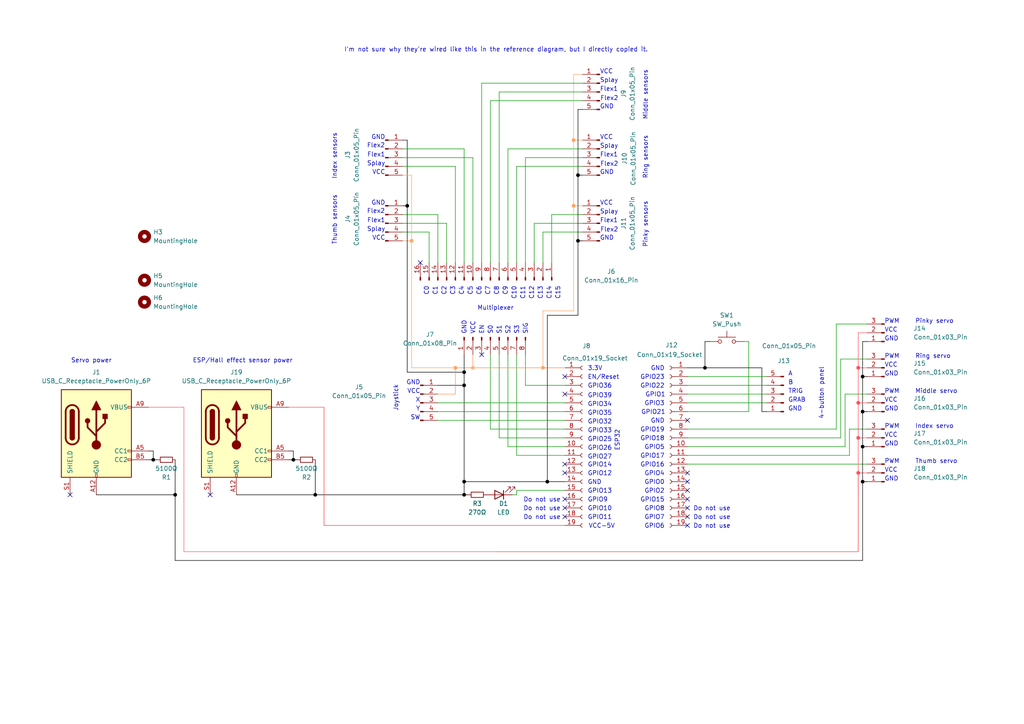
<source format=kicad_sch>
(kicad_sch (version 20231120) (generator "eeschema") (generator_version "8.0")
  (paper "A4")
  (title_block (title "LucidVR Prototype 5 PCB"))
  (lib_symbols
    (symbol "Connector:Conn_01x03_Pin" (pin_names (offset 1.016) hide)
      (property "Reference" "J" (at 0 5.08 0))
      (property "Value" "Conn_01x03_Pin" (at 0 -5.08 0))
      (symbol "Conn_01x03_Pin_1_1"
        (polyline (pts (xy 1.27 -2.54) (xy 0.8636 -2.54)) (stroke (width 0.1524)))
        (polyline (pts (xy 1.27 0) (xy 0.8636 0)) (stroke (width 0.1524)))
        (polyline (pts (xy 1.27 2.54) (xy 0.8636 2.54)) (stroke (width 0.1524)))
        (rectangle (start 0.8636 -2.413) (end 0 -2.667) (stroke (width 0.1524)) (fill (type outline)))
        (rectangle (start 0.8636 0.127) (end 0 -0.127) (stroke (width 0.1524)) (fill (type outline)))
        (rectangle (start 0.8636 2.667) (end 0 2.413) (stroke (width 0.1524)) (fill (type outline)))
        (pin passive line (at 5.08 2.54 180) (length 3.81) (name "Pin_1") (number "1"))
        (pin passive line (at 5.08 0 180) (length 3.81) (name "Pin_2") (number "2"))
        (pin passive line (at 5.08 -2.54 180) (length 3.81) (name "Pin_3") (number "3"))
      )
    )
    (symbol "Connector:Conn_01x05_Pin" (pin_names (offset 1.016) hide)
      (property "Reference" "J" (at 0 7.62 0))
      (property "Value" "Conn_01x05_Pin" (at 0 -7.62 0))
      (symbol "Conn_01x05_Pin_1_1"
        (polyline (pts (xy 1.27 -5.08) (xy 0.8636 -5.08)) (stroke (width 0.1524)))
        (polyline (pts (xy 1.27 -2.54) (xy 0.8636 -2.54)) (stroke (width 0.1524)))
        (polyline (pts (xy 1.27 0) (xy 0.8636 0)) (stroke (width 0.1524)))
        (polyline (pts (xy 1.27 2.54) (xy 0.8636 2.54)) (stroke (width 0.1524)))
        (polyline (pts (xy 1.27 5.08) (xy 0.8636 5.08)) (stroke (width 0.1524)))
        (rectangle (start 0.8636 -4.953) (end 0 -5.207) (stroke (width 0.1524)) (fill (type outline)))
        (rectangle (start 0.8636 -2.413) (end 0 -2.667) (stroke (width 0.1524)) (fill (type outline)))
        (rectangle (start 0.8636 0.127) (end 0 -0.127) (stroke (width 0.1524)) (fill (type outline)))
        (rectangle (start 0.8636 2.667) (end 0 2.413) (stroke (width 0.1524)) (fill (type outline)))
        (rectangle (start 0.8636 5.207) (end 0 4.953) (stroke (width 0.1524)) (fill (type outline)))
        (pin passive line (at 5.08 5.08 180) (length 3.81) (name "Pin_1") (number "1"))
        (pin passive line (at 5.08 2.54 180) (length 3.81) (name "Pin_2") (number "2"))
        (pin passive line (at 5.08 0 180) (length 3.81) (name "Pin_3") (number "3"))
        (pin passive line (at 5.08 -2.54 180) (length 3.81) (name "Pin_4") (number "4"))
        (pin passive line (at 5.08 -5.08 180) (length 3.81) (name "Pin_5") (number "5"))
      )
    )
    (symbol "Connector:Conn_01x08_Pin" (pin_names (offset 1.016) hide)
      (property "Reference" "J" (at 0 10.16 0))
      (property "Value" "Conn_01x08_Pin" (at 0 -12.7 0))
      (symbol "Conn_01x08_Pin_1_1"
        (polyline (pts (xy 1.27 -10.16) (xy 0.8636 -10.16)) (stroke (width 0.1524)))
        (polyline (pts (xy 1.27 -7.62) (xy 0.8636 -7.62)) (stroke (width 0.1524)))
        (polyline (pts (xy 1.27 -5.08) (xy 0.8636 -5.08)) (stroke (width 0.1524)))
        (polyline (pts (xy 1.27 -2.54) (xy 0.8636 -2.54)) (stroke (width 0.1524)))
        (polyline (pts (xy 1.27 0) (xy 0.8636 0)) (stroke (width 0.1524)))
        (polyline (pts (xy 1.27 2.54) (xy 0.8636 2.54)) (stroke (width 0.1524)))
        (polyline (pts (xy 1.27 5.08) (xy 0.8636 5.08)) (stroke (width 0.1524)))
        (polyline (pts (xy 1.27 7.62) (xy 0.8636 7.62)) (stroke (width 0.1524)))
        (rectangle (start 0.8636 -10.033) (end 0 -10.287) (stroke (width 0.1524)) (fill (type outline)))
        (rectangle (start 0.8636 -7.493) (end 0 -7.747) (stroke (width 0.1524)) (fill (type outline)))
        (rectangle (start 0.8636 -4.953) (end 0 -5.207) (stroke (width 0.1524)) (fill (type outline)))
        (rectangle (start 0.8636 -2.413) (end 0 -2.667) (stroke (width 0.1524)) (fill (type outline)))
        (rectangle (start 0.8636 0.127) (end 0 -0.127) (stroke (width 0.1524)) (fill (type outline)))
        (rectangle (start 0.8636 2.667) (end 0 2.413) (stroke (width 0.1524)) (fill (type outline)))
        (rectangle (start 0.8636 5.207) (end 0 4.953) (stroke (width 0.1524)) (fill (type outline)))
        (rectangle (start 0.8636 7.747) (end 0 7.493) (stroke (width 0.1524)) (fill (type outline)))
        (pin passive line (at 5.08 7.62 180) (length 3.81) (name "Pin_1") (number "1"))
        (pin passive line (at 5.08 5.08 180) (length 3.81) (name "Pin_2") (number "2"))
        (pin passive line (at 5.08 2.54 180) (length 3.81) (name "Pin_3") (number "3"))
        (pin passive line (at 5.08 0 180) (length 3.81) (name "Pin_4") (number "4"))
        (pin passive line (at 5.08 -2.54 180) (length 3.81) (name "Pin_5") (number "5"))
        (pin passive line (at 5.08 -5.08 180) (length 3.81) (name "Pin_6") (number "6"))
        (pin passive line (at 5.08 -7.62 180) (length 3.81) (name "Pin_7") (number "7"))
        (pin passive line (at 5.08 -10.16 180) (length 3.81) (name "Pin_8") (number "8"))
      )
    )
    (symbol "Connector:Conn_01x16_Pin" (pin_names (offset 1.016) hide)
      (property "Reference" "J" (at 0 20.32 0))
      (property "Value" "Conn_01x16_Pin" (at 0 -22.86 0))
      (symbol "Conn_01x16_Pin_1_1"
        (polyline (pts (xy 1.27 -20.32) (xy 0.8636 -20.32)) (stroke (width 0.1524)))
        (polyline (pts (xy 1.27 -17.78) (xy 0.8636 -17.78)) (stroke (width 0.1524)))
        (polyline (pts (xy 1.27 -15.24) (xy 0.8636 -15.24)) (stroke (width 0.1524)))
        (polyline (pts (xy 1.27 -12.7) (xy 0.8636 -12.7)) (stroke (width 0.1524)))
        (polyline (pts (xy 1.27 -10.16) (xy 0.8636 -10.16)) (stroke (width 0.1524)))
        (polyline (pts (xy 1.27 -7.62) (xy 0.8636 -7.62)) (stroke (width 0.1524)))
        (polyline (pts (xy 1.27 -5.08) (xy 0.8636 -5.08)) (stroke (width 0.1524)))
        (polyline (pts (xy 1.27 -2.54) (xy 0.8636 -2.54)) (stroke (width 0.1524)))
        (polyline (pts (xy 1.27 0) (xy 0.8636 0)) (stroke (width 0.1524)))
        (polyline (pts (xy 1.27 2.54) (xy 0.8636 2.54)) (stroke (width 0.1524)))
        (polyline (pts (xy 1.27 5.08) (xy 0.8636 5.08)) (stroke (width 0.1524)))
        (polyline (pts (xy 1.27 7.62) (xy 0.8636 7.62)) (stroke (width 0.1524)))
        (polyline (pts (xy 1.27 10.16) (xy 0.8636 10.16)) (stroke (width 0.1524)))
        (polyline (pts (xy 1.27 12.7) (xy 0.8636 12.7)) (stroke (width 0.1524)))
        (polyline (pts (xy 1.27 15.24) (xy 0.8636 15.24)) (stroke (width 0.1524)))
        (polyline (pts (xy 1.27 17.78) (xy 0.8636 17.78)) (stroke (width 0.1524)))
        (rectangle (start 0.8636 -20.193) (end 0 -20.447) (stroke (width 0.1524)) (fill (type outline)))
        (rectangle (start 0.8636 -17.653) (end 0 -17.907) (stroke (width 0.1524)) (fill (type outline)))
        (rectangle (start 0.8636 -15.113) (end 0 -15.367) (stroke (width 0.1524)) (fill (type outline)))
        (rectangle (start 0.8636 -12.573) (end 0 -12.827) (stroke (width 0.1524)) (fill (type outline)))
        (rectangle (start 0.8636 -10.033) (end 0 -10.287) (stroke (width 0.1524)) (fill (type outline)))
        (rectangle (start 0.8636 -7.493) (end 0 -7.747) (stroke (width 0.1524)) (fill (type outline)))
        (rectangle (start 0.8636 -4.953) (end 0 -5.207) (stroke (width 0.1524)) (fill (type outline)))
        (rectangle (start 0.8636 -2.413) (end 0 -2.667) (stroke (width 0.1524)) (fill (type outline)))
        (rectangle (start 0.8636 0.127) (end 0 -0.127) (stroke (width 0.1524)) (fill (type outline)))
        (rectangle (start 0.8636 2.667) (end 0 2.413) (stroke (width 0.1524)) (fill (type outline)))
        (rectangle (start 0.8636 5.207) (end 0 4.953) (stroke (width 0.1524)) (fill (type outline)))
        (rectangle (start 0.8636 7.747) (end 0 7.493) (stroke (width 0.1524)) (fill (type outline)))
        (rectangle (start 0.8636 10.287) (end 0 10.033) (stroke (width 0.1524)) (fill (type outline)))
        (rectangle (start 0.8636 12.827) (end 0 12.573) (stroke (width 0.1524)) (fill (type outline)))
        (rectangle (start 0.8636 15.367) (end 0 15.113) (stroke (width 0.1524)) (fill (type outline)))
        (rectangle (start 0.8636 17.907) (end 0 17.653) (stroke (width 0.1524)) (fill (type outline)))
        (pin passive line (at 5.08 17.78 180) (length 3.81) (name "Pin_1") (number "1"))
        (pin passive line (at 5.08 -5.08 180) (length 3.81) (name "Pin_10") (number "10"))
        (pin passive line (at 5.08 -7.62 180) (length 3.81) (name "Pin_11") (number "11"))
        (pin passive line (at 5.08 -10.16 180) (length 3.81) (name "Pin_12") (number "12"))
        (pin passive line (at 5.08 -12.7 180) (length 3.81) (name "Pin_13") (number "13"))
        (pin passive line (at 5.08 -15.24 180) (length 3.81) (name "Pin_14") (number "14"))
        (pin passive line (at 5.08 -17.78 180) (length 3.81) (name "Pin_15") (number "15"))
        (pin passive line (at 5.08 -20.32 180) (length 3.81) (name "Pin_16") (number "16"))
        (pin passive line (at 5.08 15.24 180) (length 3.81) (name "Pin_2") (number "2"))
        (pin passive line (at 5.08 12.7 180) (length 3.81) (name "Pin_3") (number "3"))
        (pin passive line (at 5.08 10.16 180) (length 3.81) (name "Pin_4") (number "4"))
        (pin passive line (at 5.08 7.62 180) (length 3.81) (name "Pin_5") (number "5"))
        (pin passive line (at 5.08 5.08 180) (length 3.81) (name "Pin_6") (number "6"))
        (pin passive line (at 5.08 2.54 180) (length 3.81) (name "Pin_7") (number "7"))
        (pin passive line (at 5.08 0 180) (length 3.81) (name "Pin_8") (number "8"))
        (pin passive line (at 5.08 -2.54 180) (length 3.81) (name "Pin_9") (number "9"))
      )
    )
    (symbol "Connector:Conn_01x19_Socket" (pin_names (offset 1.016) hide)
      (property "Reference" "J" (at 0 25.4 0))
      (property "Value" "Conn_01x19_Socket" (at 0 -25.4 0))
      (symbol "Conn_01x19_Socket_1_1"
        (arc (start 0 -22.352) (mid -0.5058 -22.86) (end 0 -23.368) (stroke (width 0.1524)))
        (arc (start 0 -19.812) (mid -0.5058 -20.32) (end 0 -20.828) (stroke (width 0.1524)))
        (arc (start 0 -17.272) (mid -0.5058 -17.78) (end 0 -18.288) (stroke (width 0.1524)))
        (arc (start 0 -14.732) (mid -0.5058 -15.24) (end 0 -15.748) (stroke (width 0.1524)))
        (arc (start 0 -12.192) (mid -0.5058 -12.7) (end 0 -13.208) (stroke (width 0.1524)))
        (arc (start 0 -9.652) (mid -0.5058 -10.16) (end 0 -10.668) (stroke (width 0.1524)))
        (arc (start 0 -7.112) (mid -0.5058 -7.62) (end 0 -8.128) (stroke (width 0.1524)))
        (arc (start 0 -4.572) (mid -0.5058 -5.08) (end 0 -5.588) (stroke (width 0.1524)))
        (arc (start 0 -2.032) (mid -0.5058 -2.54) (end 0 -3.048) (stroke (width 0.1524)))
        (polyline (pts (xy -1.27 -22.86) (xy -0.508 -22.86)) (stroke (width 0.1524)))
        (polyline (pts (xy -1.27 -20.32) (xy -0.508 -20.32)) (stroke (width 0.1524)))
        (polyline (pts (xy -1.27 -17.78) (xy -0.508 -17.78)) (stroke (width 0.1524)))
        (polyline (pts (xy -1.27 -15.24) (xy -0.508 -15.24)) (stroke (width 0.1524)))
        (polyline (pts (xy -1.27 -12.7) (xy -0.508 -12.7)) (stroke (width 0.1524)))
        (polyline (pts (xy -1.27 -10.16) (xy -0.508 -10.16)) (stroke (width 0.1524)))
        (polyline (pts (xy -1.27 -7.62) (xy -0.508 -7.62)) (stroke (width 0.1524)))
        (polyline (pts (xy -1.27 -5.08) (xy -0.508 -5.08)) (stroke (width 0.1524)))
        (polyline (pts (xy -1.27 -2.54) (xy -0.508 -2.54)) (stroke (width 0.1524)))
        (polyline (pts (xy -1.27 0) (xy -0.508 0)) (stroke (width 0.1524)))
        (polyline (pts (xy -1.27 2.54) (xy -0.508 2.54)) (stroke (width 0.1524)))
        (polyline (pts (xy -1.27 5.08) (xy -0.508 5.08)) (stroke (width 0.1524)))
        (polyline (pts (xy -1.27 7.62) (xy -0.508 7.62)) (stroke (width 0.1524)))
        (polyline (pts (xy -1.27 10.16) (xy -0.508 10.16)) (stroke (width 0.1524)))
        (polyline (pts (xy -1.27 12.7) (xy -0.508 12.7)) (stroke (width 0.1524)))
        (polyline (pts (xy -1.27 15.24) (xy -0.508 15.24)) (stroke (width 0.1524)))
        (polyline (pts (xy -1.27 17.78) (xy -0.508 17.78)) (stroke (width 0.1524)))
        (polyline (pts (xy -1.27 20.32) (xy -0.508 20.32)) (stroke (width 0.1524)))
        (polyline (pts (xy -1.27 22.86) (xy -0.508 22.86)) (stroke (width 0.1524)))
        (arc (start 0 0.508) (mid -0.5058 0) (end 0 -0.508) (stroke (width 0.1524)))
        (arc (start 0 3.048) (mid -0.5058 2.54) (end 0 2.032) (stroke (width 0.1524)))
        (arc (start 0 5.588) (mid -0.5058 5.08) (end 0 4.572) (stroke (width 0.1524)))
        (arc (start 0 8.128) (mid -0.5058 7.62) (end 0 7.112) (stroke (width 0.1524)))
        (arc (start 0 10.668) (mid -0.5058 10.16) (end 0 9.652) (stroke (width 0.1524)))
        (arc (start 0 13.208) (mid -0.5058 12.7) (end 0 12.192) (stroke (width 0.1524)))
        (arc (start 0 15.748) (mid -0.5058 15.24) (end 0 14.732) (stroke (width 0.1524)))
        (arc (start 0 18.288) (mid -0.5058 17.78) (end 0 17.272) (stroke (width 0.1524)))
        (arc (start 0 20.828) (mid -0.5058 20.32) (end 0 19.812) (stroke (width 0.1524)))
        (arc (start 0 23.368) (mid -0.5058 22.86) (end 0 22.352) (stroke (width 0.1524)))
        (pin passive line (at -5.08 22.86 0) (length 3.81) (name "Pin_1") (number "1"))
        (pin passive line (at -5.08 0 0) (length 3.81) (name "Pin_10") (number "10"))
        (pin passive line (at -5.08 -2.54 0) (length 3.81) (name "Pin_11") (number "11"))
        (pin passive line (at -5.08 -5.08 0) (length 3.81) (name "Pin_12") (number "12"))
        (pin passive line (at -5.08 -7.62 0) (length 3.81) (name "Pin_13") (number "13"))
        (pin passive line (at -5.08 -10.16 0) (length 3.81) (name "Pin_14") (number "14"))
        (pin passive line (at -5.08 -12.7 0) (length 3.81) (name "Pin_15") (number "15"))
        (pin passive line (at -5.08 -15.24 0) (length 3.81) (name "Pin_16") (number "16"))
        (pin passive line (at -5.08 -17.78 0) (length 3.81) (name "Pin_17") (number "17"))
        (pin passive line (at -5.08 -20.32 0) (length 3.81) (name "Pin_18") (number "18"))
        (pin passive line (at -5.08 -22.86 0) (length 3.81) (name "Pin_19") (number "19"))
        (pin passive line (at -5.08 20.32 0) (length 3.81) (name "Pin_2") (number "2"))
        (pin passive line (at -5.08 17.78 0) (length 3.81) (name "Pin_3") (number "3"))
        (pin passive line (at -5.08 15.24 0) (length 3.81) (name "Pin_4") (number "4"))
        (pin passive line (at -5.08 12.7 0) (length 3.81) (name "Pin_5") (number "5"))
        (pin passive line (at -5.08 10.16 0) (length 3.81) (name "Pin_6") (number "6"))
        (pin passive line (at -5.08 7.62 0) (length 3.81) (name "Pin_7") (number "7"))
        (pin passive line (at -5.08 5.08 0) (length 3.81) (name "Pin_8") (number "8"))
        (pin passive line (at -5.08 2.54 0) (length 3.81) (name "Pin_9") (number "9"))
      )
    )
    (symbol "Connector:USB_C_Receptacle_PowerOnly_6P" (pin_names (offset 1.016))
      (property "Reference" "J" (at 0 16.51 0))
      (property "Value" "USB_C_Receptacle_PowerOnly_6P" (at 0 13.97 0))
      (symbol "USB_C_Receptacle_PowerOnly_6P_0_0"
        (rectangle (start -0.254 -12.7) (end 0.254 -11.684))
        (rectangle (start 10.16 -7.366) (end 9.144 -7.874))
        (rectangle (start 10.16 -4.826) (end 9.144 -5.334))
        (rectangle (start 10.16 7.874) (end 9.144 7.366))
      )
      (symbol "USB_C_Receptacle_PowerOnly_6P_0_1"
        (rectangle (start -10.16 12.7) (end 10.16 -12.7) (stroke (width 0.254)) (fill (type background)))
        (arc (start -8.89 -1.27) (mid -6.985 -3.1667) (end -5.08 -1.27) (stroke (width 0.508)))
        (arc (start -7.62 -1.27) (mid -6.985 -1.9023) (end -6.35 -1.27) (stroke (width 0.254)))
        (arc (start -7.62 -1.27) (mid -6.985 -1.9023) (end -6.35 -1.27) (stroke (width 0.254)) (fill (type outline)))
        (rectangle (start -7.62 -1.27) (end -6.35 6.35) (stroke (width 0.254)) (fill (type outline)))
        (arc (start -6.35 6.35) (mid -6.985 6.9823) (end -7.62 6.35) (stroke (width 0.254)))
        (arc (start -6.35 6.35) (mid -6.985 6.9823) (end -7.62 6.35) (stroke (width 0.254)) (fill (type outline)))
        (arc (start -5.08 6.35) (mid -6.985 8.2467) (end -8.89 6.35) (stroke (width 0.508)))
        (circle (center -2.54 3.683) (radius 0.635) (stroke (width 0.254)) (fill (type outline)))
        (circle (center 0 -3.302) (radius 1.27) (fill (type outline)))
        (polyline (pts (xy -8.89 -1.27) (xy -8.89 6.35)) (stroke (width 0.508)))
        (polyline (pts (xy -5.08 6.35) (xy -5.08 -1.27)) (stroke (width 0.508)))
        (polyline (pts (xy 0 -3.302) (xy 0 6.858)) (stroke (width 0.508)))
        (polyline (pts (xy 0 -0.762) (xy -2.54 1.778) (xy -2.54 3.048)) (stroke (width 0.508)))
        (polyline (pts (xy 0 0.508) (xy 2.54 3.048) (xy 2.54 4.318)) (stroke (width 0.508)))
        (polyline (pts (xy -1.27 6.858) (xy 0 9.398) (xy 1.27 6.858) (xy -1.27 6.858)) (stroke (width 0.254)) (fill (type outline)))
        (rectangle (start 1.905 4.318) (end 3.175 5.588) (stroke (width 0.254)) (fill (type outline)))
      )
      (symbol "USB_C_Receptacle_PowerOnly_6P_1_1"
        (pin passive line (at 0 -17.78 90) (length 5.08) (name "GND") (number "A12"))
        (pin bidirectional line (at 15.24 -5.08 180) (length 5.08) (name "CC1") (number "A5"))
        (pin passive line (at 15.24 7.62 180) (length 5.08) (name "VBUS") (number "A9"))
        (pin passive line (at 0 -17.78 90) (length 5.08) hide (name "GND") (number "B12"))
        (pin bidirectional line (at 15.24 -7.62 180) (length 5.08) (name "CC2") (number "B5"))
        (pin passive line (at 15.24 7.62 180) (length 5.08) hide (name "VBUS") (number "B9"))
        (pin passive line (at -7.62 -17.78 90) (length 5.08) (name "SHIELD") (number "S1"))
      )
    )
    (symbol "Device:LED" (pin_numbers hide) (pin_names (offset 1.016) hide)
      (property "Reference" "D" (at 0 2.54 0))
      (property "Value" "LED" (at 0 -2.54 0))
      (symbol "LED_0_1"
        (polyline (pts (xy -1.27 -1.27) (xy -1.27 1.27)) (stroke (width 0.254)))
        (polyline (pts (xy -1.27 0) (xy 1.27 0)))
        (polyline (pts (xy 1.27 -1.27) (xy 1.27 1.27) (xy -1.27 0) (xy 1.27 -1.27)) (stroke (width 0.254)))
        (polyline (pts (xy -3.048 -0.762) (xy -4.572 -2.286) (xy -3.81 -2.286) (xy -4.572 -2.286) (xy -4.572 -1.524)))
        (polyline (pts (xy -1.778 -0.762) (xy -3.302 -2.286) (xy -2.54 -2.286) (xy -3.302 -2.286) (xy -3.302 -1.524)))
      )
      (symbol "LED_1_1"
        (pin passive line (at -3.81 0 0) (length 2.54) (name "K") (number "1"))
        (pin passive line (at 3.81 0 180) (length 2.54) (name "A") (number "2"))
      )
    )
    (symbol "Device:R_Small" (pin_numbers hide) (pin_names (offset 0.254) hide)
      (property "Reference" "R" (at 0.762 0.508 0))
      (property "Value" "R_Small" (at 0.762 -1.016 0))
      (symbol "R_Small_0_1"
        (rectangle (start -0.762 1.778) (end 0.762 -1.778) (stroke (width 0.2032)))
      )
      (symbol "R_Small_1_1"
        (pin passive line (at 0 2.54 270) (length 0.762) (name "~") (number "1"))
        (pin passive line (at 0 -2.54 90) (length 0.762) (name "~") (number "2"))
      )
    )
    (symbol "Mechanical:MountingHole" (pin_names (offset 1.016)) (exclude_from_sim yes) (in_bom no)
      (property "Reference" "H" (at 0 5.08 0))
      (property "Value" "MountingHole" (at 0 3.175 0))
      (symbol "MountingHole_0_1"
        (circle (center 0 0) (radius 1.27) (stroke (width 1.27)))
      )
    )
    (symbol "Switch:SW_Push" (pin_numbers hide) (pin_names (offset 1.016) hide)
      (property "Reference" "SW" (at 1.27 2.54 0))
      (property "Value" "SW_Push" (at 0 -1.524 0))
      (symbol "SW_Push_0_1"
        (circle (center -2.032 0) (radius 0.508))
        (polyline (pts (xy 0 1.27) (xy 0 3.048)))
        (polyline (pts (xy 2.54 1.27) (xy -2.54 1.27)))
        (circle (center 2.032 0) (radius 0.508))
        (pin passive line (at -5.08 0 0) (length 2.54) (name "1") (number "1"))
        (pin passive line (at 5.08 0 180) (length 2.54) (name "2") (number "2"))
      )
    )
  )
  (junction (at 166.37 59.69) (color 255 158 87 1))
  (junction (at 158.75 139.7) (color 0 0 0 1))
  (junction (at 248.92 137.16) (color 255 69 86 1))
  (junction (at 119.38 69.85) (color 255 158 87 1))
  (junction (at 91.44 143.51) (color 0 0 0 1))
  (junction (at 248.92 116.84) (color 255 69 86 1))
  (junction (at 250.19 129.54) (color 0 0 0 1))
  (junction (at 250.19 119.38) (color 0 0 0 1))
  (junction (at 248.92 127) (color 255 69 86 1))
  (junction (at 137.16 106.68) (color 255 169 111 1))
  (junction (at 44.45 133.35) (color 0 0 0 1))
  (junction (at 157.48 106.68) (color 255 158 87 1))
  (junction (at 118.11 59.69) (color 0 0 0 1))
  (junction (at 250.19 109.22) (color 0 0 0 1))
  (junction (at 85.09 133.35) (color 0 0 0 1))
  (junction (at 167.64 50.8) (color 0 0 0 1))
  (junction (at 134.62 139.7) (color 0 0 0 1))
  (junction (at 166.37 40.64) (color 255 158 87 1))
  (junction (at 50.8 143.51) (color 0 0 0 1))
  (junction (at 134.62 107.95) (color 0 0 0 1))
  (junction (at 204.47 106.68) (color 0 0 0 1))
  (junction (at 134.62 143.51) (color 0 0 0 1))
  (junction (at 132.08 106.68) (color 255 158 87 1))
  (junction (at 250.19 139.7) (color 0 0 0 1))
  (junction (at 167.64 69.85) (color 0 0 0 1))
  (junction (at 134.62 111.76) (color 0 0 0 1))
  (junction (at 248.92 106.68) (color 255 69 86 1))
  (no_connect (at 199.39 137.16))
  (no_connect (at 60.96 143.51))
  (no_connect (at 139.7 102.87))
  (no_connect (at 163.83 149.86))
  (no_connect (at 199.39 147.32))
  (no_connect (at 199.39 142.24))
  (no_connect (at 199.39 152.4))
  (no_connect (at 163.83 109.22))
  (no_connect (at 199.39 149.86))
  (no_connect (at 199.39 144.78))
  (no_connect (at 199.39 139.7))
  (no_connect (at 163.83 114.3))
  (no_connect (at 20.32 143.51))
  (no_connect (at 199.39 121.92))
  (no_connect (at 163.83 134.62))
  (no_connect (at 121.92 76.2))
  (no_connect (at 163.83 147.32))
  (no_connect (at 163.83 137.16))
  (no_connect (at 163.83 144.78))
  (wire (pts (xy 44.45 133.35) (xy 45.72 133.35)) (stroke (width 0) (color 5 4 2 1)))
  (wire (pts (xy 220.98 119.38) (xy 220.98 106.68)) (stroke (width 0) (color 0 0 0 1)))
  (wire (pts (xy 127 62.23) (xy 116.84 62.23)))
  (wire (pts (xy 250.19 129.54) (xy 251.46 129.54)) (stroke (width 0) (color 0 0 0 1)))
  (wire (pts (xy 204.47 99.06) (xy 205.74 99.06)) (stroke (width 0) (color 0 0 0 1)))
  (wire (pts (xy 199.39 111.76) (xy 222.25 111.76)))
  (wire (pts (xy 242.57 93.98) (xy 251.46 93.98)))
  (wire (pts (xy 132.08 106.68) (xy 137.16 106.68)) (stroke (width 0) (color 255 137 79 1)))
  (wire (pts (xy 50.8 162.56) (xy 50.8 143.51)) (stroke (width 0) (color 0 0 0 1)))
  (wire (pts (xy 147.32 76.2) (xy 147.32 43.18)))
  (wire (pts (xy 167.64 50.8) (xy 167.64 69.85)) (stroke (width 0) (color 0 0 0 1)))
  (wire (pts (xy 245.11 114.3) (xy 251.46 114.3)))
  (wire (pts (xy 127 121.92) (xy 163.83 121.92)))
  (wire (pts (xy 166.37 21.59) (xy 168.91 21.59)) (stroke (width 0) (color 255 161 98 1)))
  (wire (pts (xy 248.92 143.51) (xy 248.92 137.16)) (stroke (width 0) (color 255 43 64 1)))
  (wire (pts (xy 199.39 109.22) (xy 222.25 109.22)))
  (wire (pts (xy 152.4 102.87) (xy 152.4 111.76)))
  (wire (pts (xy 246.38 124.46) (xy 246.38 132.08)))
  (wire (pts (xy 149.86 102.87) (xy 149.86 132.08)))
  (wire (pts (xy 250.19 99.06) (xy 251.46 99.06)) (stroke (width 0) (color 0 0 0 1)))
  (wire (pts (xy 166.37 40.64) (xy 168.91 40.64)) (stroke (width 0) (color 255 161 98 1)))
  (wire (pts (xy 132.08 76.2) (xy 132.08 48.26)))
  (wire (pts (xy 147.32 43.18) (xy 168.91 43.18)))
  (wire (pts (xy 127 116.84) (xy 163.83 116.84)))
  (wire (pts (xy 242.57 93.98) (xy 242.57 124.46)))
  (wire (pts (xy 152.4 111.76) (xy 163.83 111.76)))
  (wire (pts (xy 166.37 40.64) (xy 166.37 21.59)) (stroke (width 0) (color 255 161 98 1)))
  (wire (pts (xy 144.78 102.87) (xy 144.78 127)))
  (wire (pts (xy 83.82 118.11) (xy 93.98 118.11)) (stroke (width 0) (color 255 72 79 1)))
  (wire (pts (xy 129.54 64.77) (xy 116.84 64.77)))
  (wire (pts (xy 199.39 114.3) (xy 222.25 114.3)))
  (wire (pts (xy 91.44 143.51) (xy 68.58 143.51)) (stroke (width 0) (color 0 0 0 1)))
  (wire (pts (xy 167.64 31.75) (xy 167.64 50.8)) (stroke (width 0) (color 0 0 0 1)))
  (wire (pts (xy 152.4 76.2) (xy 152.4 45.72)))
  (wire (pts (xy 118.11 40.64) (xy 118.11 59.69)) (stroke (width 0) (color 0 0 0 1)))
  (wire (pts (xy 250.19 139.7) (xy 250.19 129.54)) (stroke (width 0) (color 0 0 0 1)))
  (wire (pts (xy 149.86 76.2) (xy 149.86 48.26)))
  (wire (pts (xy 204.47 99.06) (xy 204.47 106.68)) (stroke (width 0) (color 0 0 0 1)))
  (wire (pts (xy 166.37 59.69) (xy 166.37 40.64)) (stroke (width 0) (color 255 161 98 1)))
  (wire (pts (xy 139.7 24.13) (xy 168.91 24.13)))
  (wire (pts (xy 85.09 130.81) (xy 85.09 133.35)) (stroke (width 0) (color 5 4 2 1)))
  (wire (pts (xy 158.75 139.7) (xy 163.83 139.7)) (stroke (width 0) (color 0 0 0 1)))
  (wire (pts (xy 91.44 133.35) (xy 91.44 143.51)) (stroke (width 0) (color 0 0 0 1)))
  (wire (pts (xy 142.24 124.46) (xy 163.83 124.46)))
  (wire (pts (xy 250.19 109.22) (xy 250.19 99.06)) (stroke (width 0) (color 0 0 0 1)))
  (wire (pts (xy 248.92 127) (xy 248.92 137.16)) (stroke (width 0) (color 255 83 91 1)))
  (wire (pts (xy 50.8 162.56) (xy 250.19 162.56)) (stroke (width 0) (color 0 0 0 1)))
  (wire (pts (xy 167.64 69.85) (xy 168.91 69.85)) (stroke (width 0) (color 0 0 0 1)))
  (wire (pts (xy 157.48 90.17) (xy 166.37 90.17)) (stroke (width 0) (color 255 161 98 1)))
  (wire (pts (xy 152.4 45.72) (xy 168.91 45.72)))
  (wire (pts (xy 134.62 139.7) (xy 158.75 139.7)) (stroke (width 0) (color 0 0 0 1)))
  (wire (pts (xy 144.78 127) (xy 163.83 127)))
  (wire (pts (xy 135.89 143.51) (xy 134.62 143.51)) (stroke (width 0) (color 0 0 0 1)))
  (wire (pts (xy 119.38 50.8) (xy 116.84 50.8)) (stroke (width 0) (color 255 161 98 1)))
  (wire (pts (xy 119.38 106.68) (xy 132.08 106.68)) (stroke (width 0) (color 255 161 98 1)))
  (wire (pts (xy 251.46 96.52) (xy 248.92 96.52)) (stroke (width 0) (color 255 83 91 1)))
  (wire (pts (xy 154.94 76.2) (xy 154.94 64.77)))
  (wire (pts (xy 199.39 129.54) (xy 245.11 129.54)))
  (wire (pts (xy 137.16 45.72) (xy 116.84 45.72)))
  (wire (pts (xy 250.19 109.22) (xy 251.46 109.22)) (stroke (width 0) (color 0 0 0 1)))
  (wire (pts (xy 157.48 106.68) (xy 163.83 106.68)) (stroke (width 0) (color 255 137 79 1)))
  (wire (pts (xy 250.19 162.56) (xy 250.19 139.7)) (stroke (width 0) (color 0 0 0 1)))
  (wire (pts (xy 148.59 143.51) (xy 149.86 143.51)))
  (wire (pts (xy 127 119.38) (xy 163.83 119.38)))
  (wire (pts (xy 134.62 107.95) (xy 134.62 111.76)) (stroke (width 0) (color 0 0 0 1)))
  (wire (pts (xy 167.64 91.44) (xy 158.75 91.44)) (stroke (width 0) (color 0 0 0 1)))
  (wire (pts (xy 157.48 106.68) (xy 157.48 90.17)) (stroke (width 0) (color 255 161 98 1)))
  (wire (pts (xy 53.34 160.02) (xy 53.34 118.11)) (stroke (width 0) (color 255 83 91 1)))
  (wire (pts (xy 199.39 116.84) (xy 222.25 116.84)))
  (wire (pts (xy 137.16 76.2) (xy 137.16 45.72)))
  (wire (pts (xy 83.82 130.81) (xy 85.09 130.81)) (stroke (width 0) (color 5 4 2 1)))
  (wire (pts (xy 132.08 106.68) (xy 132.08 114.3)) (stroke (width 0) (color 255 137 79 1)))
  (wire (pts (xy 119.38 69.85) (xy 119.38 106.68)) (stroke (width 0) (color 255 161 98 1)))
  (wire (pts (xy 215.9 99.06) (xy 217.17 99.06)))
  (wire (pts (xy 134.62 76.2) (xy 134.62 43.18)))
  (wire (pts (xy 53.34 118.11) (xy 43.18 118.11)) (stroke (width 0) (color 255 83 91 1)))
  (wire (pts (xy 199.39 132.08) (xy 246.38 132.08)))
  (wire (pts (xy 147.32 102.87) (xy 147.32 129.54)))
  (wire (pts (xy 142.24 76.2) (xy 142.24 29.21)))
  (wire (pts (xy 118.11 59.69) (xy 118.11 107.95)) (stroke (width 0) (color 0 0 0 1)))
  (wire (pts (xy 199.39 119.38) (xy 217.17 119.38)))
  (wire (pts (xy 137.16 106.68) (xy 157.48 106.68)) (stroke (width 0) (color 255 137 79 1)))
  (wire (pts (xy 251.46 139.7) (xy 250.19 139.7)) (stroke (width 0) (color 0 0 0 1)))
  (wire (pts (xy 220.98 119.38) (xy 222.25 119.38)) (stroke (width 0) (color 0 0 0 1)))
  (wire (pts (xy 83.82 133.35) (xy 85.09 133.35)) (stroke (width 0) (color 5 4 2 1)))
  (wire (pts (xy 248.92 106.68) (xy 248.92 116.84)) (stroke (width 0) (color 255 83 91 1)))
  (wire (pts (xy 158.75 91.44) (xy 158.75 139.7)) (stroke (width 0) (color 0 0 0 1)))
  (wire (pts (xy 168.91 31.75) (xy 167.64 31.75)) (stroke (width 0) (color 0 0 0 1)))
  (wire (pts (xy 53.34 160.02) (xy 143.51 160.02)) (stroke (width 0) (color 255 83 91 1)))
  (wire (pts (xy 157.48 76.2) (xy 157.48 67.31)))
  (wire (pts (xy 248.92 160.02) (xy 248.92 143.51)) (stroke (width 0) (color 255 60 64 1)))
  (wire (pts (xy 124.46 76.2) (xy 124.46 67.31)))
  (wire (pts (xy 85.09 133.35) (xy 86.36 133.35)) (stroke (width 0) (color 5 4 2 1)))
  (wire (pts (xy 129.54 76.2) (xy 129.54 64.77)))
  (wire (pts (xy 132.08 48.26) (xy 116.84 48.26)))
  (wire (pts (xy 139.7 76.2) (xy 139.7 24.13)))
  (wire (pts (xy 50.8 143.51) (xy 50.8 133.35)) (stroke (width 0) (color 0 0 0 1)))
  (wire (pts (xy 250.19 129.54) (xy 250.19 119.38)) (stroke (width 0) (color 0 0 0 1)))
  (wire (pts (xy 204.47 106.68) (xy 220.98 106.68)) (stroke (width 0) (color 0 0 0 1)))
  (wire (pts (xy 248.92 106.68) (xy 251.46 106.68)) (stroke (width 0) (color 255 83 91 1)))
  (wire (pts (xy 143.51 160.02) (xy 248.92 160.02)) (stroke (width 0) (color 255 60 64 1)))
  (wire (pts (xy 43.18 133.35) (xy 44.45 133.35)) (stroke (width 0) (color 5 4 2 1)))
  (wire (pts (xy 248.92 96.52) (xy 248.92 106.68)) (stroke (width 0) (color 255 83 91 1)))
  (wire (pts (xy 248.92 116.84) (xy 248.92 127)) (stroke (width 0) (color 255 83 91 1)))
  (wire (pts (xy 134.62 139.7) (xy 134.62 143.51)) (stroke (width 0) (color 0 0 0 1)))
  (wire (pts (xy 134.62 102.87) (xy 134.62 107.95)) (stroke (width 0) (color 0 0 0 1)))
  (wire (pts (xy 250.19 119.38) (xy 251.46 119.38)) (stroke (width 0) (color 0 0 0 1)))
  (wire (pts (xy 124.46 67.31) (xy 116.84 67.31)))
  (wire (pts (xy 116.84 69.85) (xy 119.38 69.85)) (stroke (width 0) (color 255 161 98 1)))
  (wire (pts (xy 91.44 143.51) (xy 134.62 143.51)) (stroke (width 0) (color 0 0 0 1)))
  (wire (pts (xy 116.84 40.64) (xy 118.11 40.64)) (stroke (width 0) (color 0 0 0 1)))
  (wire (pts (xy 199.39 127) (xy 243.84 127)))
  (wire (pts (xy 160.02 76.2) (xy 160.02 62.23)))
  (wire (pts (xy 144.78 76.2) (xy 144.78 26.67)))
  (wire (pts (xy 93.98 118.11) (xy 93.98 152.4)) (stroke (width 0) (color 255 54 54 1)))
  (wire (pts (xy 149.86 132.08) (xy 163.83 132.08)))
  (wire (pts (xy 243.84 104.14) (xy 243.84 127)))
  (wire (pts (xy 199.39 124.46) (xy 242.57 124.46)))
  (wire (pts (xy 149.86 142.24) (xy 163.83 142.24)))
  (wire (pts (xy 167.64 69.85) (xy 167.64 91.44)) (stroke (width 0) (color 0 0 0 1)))
  (wire (pts (xy 154.94 64.77) (xy 168.91 64.77)))
  (wire (pts (xy 118.11 107.95) (xy 134.62 107.95)) (stroke (width 0) (color 0 0 0 1)))
  (wire (pts (xy 93.98 152.4) (xy 163.83 152.4)) (stroke (width 0) (color 255 54 54 1)))
  (wire (pts (xy 248.92 127) (xy 251.46 127)) (stroke (width 0) (color 255 83 91 1)))
  (wire (pts (xy 149.86 143.51) (xy 149.86 142.24)))
  (wire (pts (xy 44.45 130.81) (xy 44.45 133.35)) (stroke (width 0) (color 5 4 2 1)))
  (wire (pts (xy 248.92 137.16) (xy 251.46 137.16)) (stroke (width 0) (color 255 83 91 1)))
  (wire (pts (xy 199.39 134.62) (xy 251.46 134.62)))
  (wire (pts (xy 251.46 124.46) (xy 246.38 124.46)))
  (wire (pts (xy 27.94 143.51) (xy 50.8 143.51)) (stroke (width 0) (color 0 0 0 1)))
  (wire (pts (xy 127 76.2) (xy 127 62.23)))
  (wire (pts (xy 167.64 50.8) (xy 168.91 50.8)) (stroke (width 0) (color 0 0 0 1)))
  (wire (pts (xy 248.92 116.84) (xy 251.46 116.84)) (stroke (width 0) (color 255 83 91 1)))
  (wire (pts (xy 243.84 104.14) (xy 251.46 104.14)))
  (wire (pts (xy 127 114.3) (xy 132.08 114.3)) (stroke (width 0) (color 255 137 79 1)))
  (wire (pts (xy 144.78 26.67) (xy 168.91 26.67)))
  (wire (pts (xy 137.16 102.87) (xy 137.16 106.68)) (stroke (width 0) (color 255 137 79 1)))
  (wire (pts (xy 166.37 90.17) (xy 166.37 59.69)) (stroke (width 0) (color 255 161 98 1)))
  (wire (pts (xy 142.24 29.21) (xy 168.91 29.21)))
  (wire (pts (xy 147.32 129.54) (xy 163.83 129.54)))
  (wire (pts (xy 142.24 102.87) (xy 142.24 124.46)))
  (wire (pts (xy 250.19 109.22) (xy 250.19 119.38)) (stroke (width 0) (color 0 0 0 1)))
  (wire (pts (xy 166.37 59.69) (xy 168.91 59.69)) (stroke (width 0) (color 255 161 98 1)))
  (wire (pts (xy 199.39 106.68) (xy 204.47 106.68)) (stroke (width 0) (color 0 0 0 1)))
  (wire (pts (xy 127 111.76) (xy 134.62 111.76)) (stroke (width 0) (color 0 0 0 1)))
  (wire (pts (xy 134.62 43.18) (xy 116.84 43.18)))
  (wire (pts (xy 149.86 48.26) (xy 168.91 48.26)))
  (wire (pts (xy 217.17 99.06) (xy 217.17 119.38)))
  (wire (pts (xy 119.38 69.85) (xy 119.38 50.8)) (stroke (width 0) (color 255 161 98 1)))
  (wire (pts (xy 245.11 114.3) (xy 245.11 129.54)))
  (wire (pts (xy 157.48 67.31) (xy 168.91 67.31)))
  (wire (pts (xy 160.02 62.23) (xy 168.91 62.23)))
  (wire (pts (xy 134.62 111.76) (xy 134.62 139.7)) (stroke (width 0) (color 0 0 0 1)))
  (wire (pts (xy 118.11 59.69) (xy 116.84 59.69)) (stroke (width 0) (color 0 0 0 1)))
  (wire (pts (xy 43.18 130.81) (xy 44.45 130.81)) (stroke (width 0) (color 5 4 2 1)))
  (text "Flex1" (at 111.76 64.77 0) (effects (font (size 1.27 1.27)) (justify right bottom)))
  (text "GND" (at 256.54 109.22 0) (effects (font (size 1.27 1.27)) (justify left bottom)))
  (text "C15" (at 162.56 83.058 90) (effects (font (size 1.27 1.27)) (justify right bottom)))
  (text "SIG" (at 153.162 97.028 90) (effects (font (size 1.27 1.27)) (justify left bottom)))
  (text "GND" (at 256.54 129.54 0) (effects (font (size 1.27 1.27)) (justify left bottom)))
  (text "GPIO14" (at 170.434 134.874 0) (effects (font (size 1.27 1.27)) (justify left)))
  (text "Multiplexer" (at 138.43 90.17 0) (effects (font (size 1.27 1.27)) (justify left bottom)))
  (text "Flex1" (at 111.76 45.72 0) (effects (font (size 1.27 1.27)) (justify right bottom)))
  (text "GPIO4" (at 192.786 137.414 0) (effects (font (size 1.27 1.27)) (justify right)))
  (text "VCC" (at 256.54 96.52 0) (effects (font (size 1.27 1.27)) (justify left bottom)))
  (text "SW" (at 121.92 121.92 0) (effects (font (size 1.27 1.27)) (justify right bottom)))
  (text "VCC" (at 256.54 137.16 0) (effects (font (size 1.27 1.27)) (justify left bottom)))
  (text "GND" (at 173.99 31.75 0) (effects (font (size 1.27 1.27)) (justify left bottom)))
  (text "GPIO23" (at 192.786 109.474 0) (effects (font (size 1.27 1.27)) (justify right)))
  (text "GPIO9" (at 170.434 145.034 0) (effects (font (size 1.27 1.27)) (justify left)))
  (text "Pinky servo" (at 265.43 93.98 0) (effects (font (size 1.27 1.27)) (justify left bottom)))
  (text "Splay" (at 173.99 62.23 0) (effects (font (size 1.27 1.27)) (justify left bottom)))
  (text "GPIO39\n" (at 170.434 114.808 0) (effects (font (size 1.27 1.27)) (justify left)))
  (text "GPIO34\n" (at 170.434 117.348 0) (effects (font (size 1.27 1.27)) (justify left)))
  (text "C5" (at 137.16 83.058 90) (effects (font (size 1.27 1.27)) (justify right bottom)))
  (text "VCC" (at 256.54 127 0) (effects (font (size 1.27 1.27)) (justify left bottom)))
  (text "GPIO35\n" (at 170.434 119.888 0) (effects (font (size 1.27 1.27)) (justify left)))
  (text "Splay" (at 173.99 24.13 0) (effects (font (size 1.27 1.27)) (justify left bottom)))
  (text "GPIO26" (at 170.434 130.048 0) (effects (font (size 1.27 1.27)) (justify left)))
  (text "Do not use" (at 206.502 150.114 0) (effects (font (size 1.27 1.27))))
  (text "VCC" (at 256.54 106.68 0) (effects (font (size 1.27 1.27)) (justify left bottom)))
  (text "Splay" (at 111.76 48.26 0) (effects (font (size 1.27 1.27)) (justify right bottom)))
  (text "Flex1" (at 173.99 26.67 0) (effects (font (size 1.27 1.27)) (justify left bottom)))
  (text "Flex2" (at 111.6764 43.0412 0) (effects (font (size 1.27 1.27)) (justify right bottom)))
  (text "GRAB" (at 228.6 116.84 0) (effects (font (size 1.27 1.27)) (justify left bottom)))
  (text "Index servo" (at 265.43 124.46 0) (effects (font (size 1.27 1.27)) (justify left bottom)))
  (text "GPIO10" (at 170.434 147.574 0) (effects (font (size 1.27 1.27)) (justify left)))
  (text "C9" (at 147.32 83.058 90) (effects (font (size 1.27 1.27)) (justify right bottom)))
  (text "VCC-5V" (at 170.688 152.654 0) (effects (font (size 1.27 1.27)) (justify left)))
  (text "VCC" (at 121.92 114.3 0) (effects (font (size 1.27 1.27)) (justify right bottom)))
  (text "GND" (at 173.99 50.8 0) (effects (font (size 1.27 1.27)) (justify left bottom)))
  (text "GPIO3" (at 192.786 117.094 0) (effects (font (size 1.27 1.27)) (justify right)))
  (text "S2" (at 148.082 97.028 90) (effects (font (size 1.27 1.27)) (justify left bottom)))
  (text "GPIO15" (at 192.786 145.034 0) (effects (font (size 1.27 1.27)) (justify right)))
  (text "Servo power" (at 20.574 105.41 0) (effects (font (size 1.27 1.27)) (justify left bottom)))
  (text "Index sensors" (at 97.79 52.07 90) (effects (font (size 1.27 1.27)) (justify left bottom)))
  (text "GPIO12" (at 170.434 137.414 0) (effects (font (size 1.27 1.27)) (justify left)))
  (text "GPIO27" (at 170.434 132.588 0) (effects (font (size 1.27 1.27)) (justify left)))
  (text "VCC" (at 111.76 50.8 0) (effects (font (size 1.27 1.27)) (justify right bottom)))
  (text "EN" (at 140.462 97.028 90) (effects (font (size 1.27 1.27)) (justify left bottom)))
  (text "GND" (at 228.6 119.38 0) (effects (font (size 1.27 1.27)) (justify left bottom)))
  (text "Splay" (at 173.99 43.18 0) (effects (font (size 1.27 1.27)) (justify left bottom)))
  (text "VCC" (at 173.99 21.59 0) (effects (font (size 1.27 1.27)) (justify left bottom)))
  (text "VCC" (at 111.76 69.85 0) (effects (font (size 1.27 1.27)) (justify right bottom)))
  (text "ESP32" (at 179.07 127.762 90) (effects (font (size 1.27 1.27))))
  (text "GPIO36" (at 170.434 112.014 0) (effects (font (size 1.27 1.27)) (justify left)))
  (text "GPIO5" (at 192.786 129.794 0) (effects (font (size 1.27 1.27)) (justify right)))
  (text "VCC" (at 173.99 40.64 0) (effects (font (size 1.27 1.27)) (justify left bottom)))
  (text "C10" (at 149.86 83.058 90) (effects (font (size 1.27 1.27)) (justify right bottom)))
  (text "C2" (at 129.54 83.058 90) (effects (font (size 1.27 1.27)) (justify right bottom)))
  (text "GND" (at 256.54 119.38 0) (effects (font (size 1.27 1.27)) (justify left bottom)))
  (text "GPIO13" (at 170.434 142.494 0) (effects (font (size 1.27 1.27)) (justify left)))
  (text "A" (at 228.6 109.22 0) (effects (font (size 1.27 1.27)) (justify left bottom)))
  (text "GPIO1" (at 193.04 114.554 0) (effects (font (size 1.27 1.27)) (justify right)))
  (text "GPIO16" (at 192.786 134.874 0) (effects (font (size 1.27 1.27)) (justify right)))
  (text "X" (at 121.92 116.84 0) (effects (font (size 1.27 1.27)) (justify right bottom)))
  (text "GPIO2\n" (at 192.786 142.494 0) (effects (font (size 1.27 1.27)) (justify right)))
  (text "Y" (at 121.92 119.38 0) (effects (font (size 1.27 1.27)) (justify right bottom)))
  (text "VCC" (at 173.99 59.69 0) (effects (font (size 1.27 1.27)) (justify left bottom)))
  (text "B" (at 228.6 111.76 0) (effects (font (size 1.27 1.27)) (justify left bottom)))
  (text "Do not use" (at 157.226 150.114 0) (effects (font (size 1.27 1.27))))
  (text "Do not use" (at 157.226 147.574 0) (effects (font (size 1.27 1.27))))
  (text "C8" (at 144.78 83.058 90) (effects (font (size 1.27 1.27)) (justify right bottom)))
  (text "GND" (at 256.54 139.7 0) (effects (font (size 1.27 1.27)) (justify left bottom)))
  (text "C14" (at 160.02 83.058 90) (effects (font (size 1.27 1.27)) (justify right bottom)))
  (text "PWM" (at 256.54 93.98 0) (effects (font (size 1.27 1.27)) (justify left bottom)))
  (text "C3" (at 132.08 83.058 90) (effects (font (size 1.27 1.27)) (justify right bottom)))
  (text "Splay" (at 111.76 67.31 0) (effects (font (size 1.27 1.27)) (justify right bottom)))
  (text "GPIO22" (at 192.786 112.014 0) (effects (font (size 1.27 1.27)) (justify right)))
  (text "C6" (at 139.7 83.058 90) (effects (font (size 1.27 1.27)) (justify right bottom)))
  (text "GPIO32" (at 170.434 122.428 0) (effects (font (size 1.27 1.27)) (justify left)))
  (text "Do not use" (at 206.502 147.574 0) (effects (font (size 1.27 1.27))))
  (text "Do not use" (at 206.502 152.654 0) (effects (font (size 1.27 1.27))))
  (text "VCC" (at 256.54 116.84 0) (effects (font (size 1.27 1.27)) (justify left bottom)))
  (text "Flex2" (at 174.0736 29.3488 0) (effects (font (size 1.27 1.27)) (justify left bottom)))
  (text "Do not use" (at 157.226 145.034 0) (effects (font (size 1.27 1.27))))
  (text "GND" (at 192.786 122.174 0) (effects (font (size 1.27 1.27)) (justify right)))
  (text "Pinky sensors" (at 187.96 58.42 90) (effects (font (size 1.27 1.27)) (justify right bottom)))
  (text "PWM" (at 256.54 104.14 0) (effects (font (size 1.27 1.27)) (justify left bottom)))
  (text "Middle servo" (at 265.43 114.3 0) (effects (font (size 1.27 1.27)) (justify left bottom)))
  (text "GPIO11" (at 170.434 150.114 0) (effects (font (size 1.27 1.27)) (justify left)))
  (text "Thumb servo" (at 265.43 134.62 0) (effects (font (size 1.27 1.27)) (justify left bottom)))
  (text "3.3V" (at 170.434 106.934 0) (effects (font (size 1.27 1.27)) (justify left)))
  (text "GND" (at 111.76 40.64 0) (effects (font (size 1.27 1.27)) (justify right bottom)))
  (text "GPIO6" (at 192.786 152.654 0) (effects (font (size 1.27 1.27)) (justify right)))
  (text "GPIO7" (at 192.786 150.114 0) (effects (font (size 1.27 1.27)) (justify right)))
  (text "GPIO17" (at 192.786 132.334 0) (effects (font (size 1.27 1.27)) (justify right)))
  (text "GND" (at 173.99 69.85 0) (effects (font (size 1.27 1.27)) (justify left bottom)))
  (text "C13" (at 157.48 83.058 90) (effects (font (size 1.27 1.27)) (justify right bottom)))
  (text "Middle sensors" (at 187.96 20.32 90) (effects (font (size 1.27 1.27)) (justify right bottom)))
  (text "Flex1" (at 173.99 45.72 0) (effects (font (size 1.27 1.27)) (justify left bottom)))
  (text "GND\n" (at 170.434 139.954 0) (effects (font (size 1.27 1.27)) (justify left)))
  (text "S3" (at 150.622 97.028 90) (effects (font (size 1.27 1.27)) (justify left bottom)))
  (text "GPIO21" (at 193.04 119.634 0) (effects (font (size 1.27 1.27)) (justify right)))
  (text "GPIO19" (at 192.786 124.714 0) (effects (font (size 1.27 1.27)) (justify right)))
  (text "GND" (at 192.786 106.934 0) (effects (font (size 1.27 1.27)) (justify right)))
  (text "ESP/Hall effect sensor power" (at 55.88 105.41 0) (effects (font (size 1.27 1.27)) (justify left bottom)))
  (text "C0" (at 124.46 83.058 90) (effects (font (size 1.27 1.27)) (justify right bottom)))
  (text "Flex2" (at 174.0736 67.4488 0) (effects (font (size 1.27 1.27)) (justify left bottom)))
  (text "S0" (at 143.002 97.028 90) (effects (font (size 1.27 1.27)) (justify left bottom)))
  (text "GND" (at 111.76 59.69 0) (effects (font (size 1.27 1.27)) (justify right bottom)))
  (text "C11" (at 152.4 83.058 90) (effects (font (size 1.27 1.27)) (justify right bottom)))
  (text "TRIG" (at 228.6 114.3 0) (effects (font (size 1.27 1.27)) (justify left bottom)))
  (text "4-button panel" (at 239.014 121.666 90) (effects (font (size 1.27 1.27)) (justify left bottom)))
  (text "Thumb sensors" (at 97.79 71.12 90) (effects (font (size 1.27 1.27)) (justify left bottom)))
  (text "Ring sensors" (at 187.96 39.37 90) (effects (font (size 1.27 1.27)) (justify right bottom)))
  (text "GND" (at 135.382 97.028 90) (effects (font (size 1.27 1.27)) (justify left bottom)))
  (text "GPIO0\n" (at 192.786 139.954 0) (effects (font (size 1.27 1.27)) (justify right)))
  (text "I'm not sure why they're wired like this in the reference diagram, but I directly copied it." (at 187.96 15.24 0) (effects (font (size 1.27 1.27)) (justify right bottom)))
  (text "Flex1" (at 173.99 64.77 0) (effects (font (size 1.27 1.27)) (justify left bottom)))
  (text "VCC" (at 137.922 97.028 90) (effects (font (size 1.27 1.27)) (justify left bottom)))
  (text "Flex2" (at 174.0736 48.3988 0) (effects (font (size 1.27 1.27)) (justify left bottom)))
  (text "C4" (at 134.62 83.058 90) (effects (font (size 1.27 1.27)) (justify right bottom)))
  (text "GND" (at 256.54 99.06 0) (effects (font (size 1.27 1.27)) (justify left bottom)))
  (text "EN/Reset\n" (at 170.434 109.474 0) (effects (font (size 1.27 1.27)) (justify left)))
  (text "GPIO33" (at 170.434 124.968 0) (effects (font (size 1.27 1.27)) (justify left)))
  (text "GPIO18" (at 192.786 127.254 0) (effects (font (size 1.27 1.27)) (justify right)))
  (text "Ring servo" (at 265.43 104.14 0) (effects (font (size 1.27 1.27)) (justify left bottom)))
  (text "PWM" (at 256.54 134.62 0) (effects (font (size 1.27 1.27)) (justify left bottom)))
  (text "PWM" (at 256.54 124.46 0) (effects (font (size 1.27 1.27)) (justify left bottom)))
  (text "C7" (at 142.24 83.058 90) (effects (font (size 1.27 1.27)) (justify right bottom)))
  (text "C1" (at 127 83.058 90) (effects (font (size 1.27 1.27)) (justify right bottom)))
  (text "GPIO25" (at 170.434 127.508 0) (effects (font (size 1.27 1.27)) (justify left)))
  (text "S1" (at 145.542 97.028 90) (effects (font (size 1.27 1.27)) (justify left bottom)))
  (text "GPIO8" (at 192.786 147.574 0) (effects (font (size 1.27 1.27)) (justify right)))
  (text "GND" (at 121.92 111.76 0) (effects (font (size 1.27 1.27)) (justify right bottom)))
  (text "Flex2" (at 111.6764 62.0912 0) (effects (font (size 1.27 1.27)) (justify right bottom)))
  (text "PWM" (at 256.54 114.3 0) (effects (font (size 1.27 1.27)) (justify left bottom)))
  (text "Joystick" (at 115.57 119.38 90) (effects (font (size 1.27 1.27)) (justify left bottom)))
  (text "C12" (at 154.94 83.058 90) (effects (font (size 1.27 1.27)) (justify right bottom)))
  (symbol (lib_id "Connector:Conn_01x19_Socket") (at 194.31 129.54 0) (mirror y) (unit 1)
    (property "Reference" "J12" (at 196.596 100.076 0) (effects (justify left)))
    (property "Value" "Conn_01x19_Socket" (at 203.708 102.87 0) (effects (justify left)))
    (property "Footprint" "Connector_PinSocket_2.54mm:PinSocket_1x19_P2.54mm_Vertical" (effects (hide yes)))
    (property "Description" "Generic connector, single row, 01x19, script generated" (effects (hide yes)))
  )
  (symbol (lib_id "Mechanical:MountingHole") (at 41.91 87.63 0) (unit 1) (exclude_from_sim yes) (in_bom no)
    (property "Reference" "H6" (at 44.45 86.3599 0) (effects (justify left)))
    (property "Value" "MountingHole" (at 44.45 88.8999 0) (effects (justify left)))
    (property "Footprint" "MountingHole:MountingHole_3.2mm_M3" (effects (hide yes)))
    (property "Description" "Mounting Hole without connection" (effects (hide yes)))
  )
  (symbol (lib_id "Device:LED") (at 144.78 143.51 180) (unit 1)
    (property "Reference" "D1" (at 146.05 146.05 0))
    (property "Value" "LED" (at 146.05 148.59 0))
    (property "Footprint" "LED_THT:LED_D5.0mm" (effects (hide yes)))
    (property "Description" "Light emitting diode" (effects (hide yes)))
  )
  (symbol (lib_id "Connector:Conn_01x03_Pin") (at 256.54 116.84 180) (unit 1)
    (property "Reference" "J16" (at 264.922 115.57 0) (effects (justify right)))
    (property "Value" "Conn_01x03_Pin" (at 264.922 118.11 0) (effects (justify right)))
    (property "Footprint" "Connector_PinHeader_2.54mm:PinHeader_1x03_P2.54mm_Vertical" (effects (hide yes)))
    (property "Description" "Generic connector, single row, 01x03, script generated" (effects (hide yes)))
  )
  (symbol (lib_id "Connector:Conn_01x05_Pin") (at 173.99 64.77 0) (mirror y) (unit 1)
    (property "Reference" "J11" (at 180.848 64.77 90))
    (property "Value" "Conn_01x05_Pin" (at 183.388 64.77 90))
    (property "Footprint" "Connector_PinHeader_2.54mm:PinHeader_1x05_P2.54mm_Vertical" (effects (hide yes)))
    (property "Description" "Generic connector, single row, 01x05, script generated" (effects (hide yes)))
  )
  (symbol (lib_id "Connector:Conn_01x03_Pin") (at 256.54 106.68 180) (unit 1)
    (property "Reference" "J15" (at 264.922 105.41 0) (effects (justify right)))
    (property "Value" "Conn_01x03_Pin" (at 264.922 107.95 0) (effects (justify right)))
    (property "Footprint" "Connector_PinHeader_2.54mm:PinHeader_1x03_P2.54mm_Vertical" (effects (hide yes)))
    (property "Description" "Generic connector, single row, 01x03, script generated" (effects (hide yes)))
  )
  (symbol (lib_id "Connector:Conn_01x03_Pin") (at 256.54 137.16 180) (unit 1)
    (property "Reference" "J18" (at 264.922 135.89 0) (effects (justify right)))
    (property "Value" "Conn_01x03_Pin" (at 264.922 138.43 0) (effects (justify right)))
    (property "Footprint" "Connector_PinHeader_2.54mm:PinHeader_1x03_P2.54mm_Vertical" (effects (hide yes)))
    (property "Description" "Generic connector, single row, 01x03, script generated" (effects (hide yes)))
  )
  (symbol (lib_id "Device:R_Small") (at 138.43 143.51 90) (unit 1)
    (property "Reference" "R3" (at 138.43 146.05 90))
    (property "Value" "270Ω" (at 138.43 148.59 90))
    (property "Footprint" "Resistor_SMD:R_0603_1608Metric" (effects (hide yes)))
    (property "Description" "Resistor, small symbol" (effects (hide yes)))
  )
  (symbol (lib_id "Connector:USB_C_Receptacle_PowerOnly_6P") (at 68.58 125.73 0) (unit 1)
    (property "Reference" "J19" (at 68.58 107.95 0))
    (property "Value" "USB_C_Receptacle_PowerOnly_6P" (at 68.58 110.49 0))
    (property "Footprint" "Connector_USB:USB_C_Receptacle_GCT_USB4135-GF-A_6P_TopMnt_Horizontal" (effects (hide yes)))
    (property "Datasheet" "https://www.usb.org/sites/default/files/documents/usb_type-c.zip" (effects (hide yes)))
    (property "Description" "USB Power-Only 6P Type-C Receptacle connector" (effects (hide yes)))
  )
  (symbol (lib_id "Connector:Conn_01x03_Pin") (at 256.54 127 180) (unit 1)
    (property "Reference" "J17" (at 264.922 125.73 0) (effects (justify right)))
    (property "Value" "Conn_01x03_Pin" (at 264.922 128.27 0) (effects (justify right)))
    (property "Footprint" "Connector_PinHeader_2.54mm:PinHeader_1x03_P2.54mm_Vertical" (effects (hide yes)))
    (property "Description" "Generic connector, single row, 01x03, script generated" (effects (hide yes)))
  )
  (symbol (lib_id "Connector:Conn_01x05_Pin") (at 111.76 64.77 0) (unit 1)
    (property "Reference" "J4" (at 100.838 63.5 90))
    (property "Value" "Conn_01x05_Pin" (at 103.378 63.5 90))
    (property "Footprint" "Connector_PinHeader_2.54mm:PinHeader_1x05_P2.54mm_Vertical" (effects (hide yes)))
    (property "Description" "Generic connector, single row, 01x05, script generated" (effects (hide yes)))
  )
  (symbol (lib_id "Connector:Conn_01x05_Pin") (at 227.33 114.3 180) (unit 1)
    (property "Reference" "J13" (at 227.33 104.648 0))
    (property "Value" "Conn_01x05_Pin" (at 228.854 100.33 0))
    (property "Footprint" "Connector_PinHeader_2.54mm:PinHeader_1x05_P2.54mm_Horizontal" (effects (hide yes)))
    (property "Description" "Generic connector, single row, 01x05, script generated" (effects (hide yes)))
  )
  (symbol (lib_id "Switch:SW_Push") (at 210.82 99.06 0) (unit 1)
    (property "Reference" "SW1" (at 210.82 91.44 0))
    (property "Value" "SW_Push" (at 210.82 93.98 0))
    (property "Footprint" "Button_Switch_THT:SW_TH_Tactile_Omron_B3F-10xx" (effects (hide yes)))
    (property "Description" "Push button switch, generic, two pins" (effects (hide yes)))
  )
  (symbol (lib_id "Connector:Conn_01x05_Pin") (at 111.76 45.72 0) (unit 1)
    (property "Reference" "J3" (at 100.838 44.958 90))
    (property "Value" "Conn_01x05_Pin" (at 103.378 44.958 90))
    (property "Footprint" "Connector_PinHeader_2.54mm:PinHeader_1x05_P2.54mm_Vertical" (effects (hide yes)))
    (property "Description" "Generic connector, single row, 01x05, script generated" (effects (hide yes)))
  )
  (symbol (lib_id "Mechanical:MountingHole") (at 41.91 81.28 0) (unit 1) (exclude_from_sim yes) (in_bom no)
    (property "Reference" "H5" (at 44.45 80.0099 0) (effects (justify left)))
    (property "Value" "MountingHole" (at 44.45 82.5499 0) (effects (justify left)))
    (property "Footprint" "MountingHole:MountingHole_3.2mm_M3" (effects (hide yes)))
    (property "Description" "Mounting Hole without connection" (effects (hide yes)))
  )
  (symbol (lib_id "Connector:Conn_01x05_Pin") (at 121.92 116.84 0) (unit 1)
    (property "Reference" "J5" (at 104.14 112.268 0))
    (property "Value" "Conn_01x05_Pin" (at 104.14 114.808 0))
    (property "Footprint" "Connector_PinHeader_2.54mm:PinHeader_1x05_P2.54mm_Horizontal" (effects (hide yes)))
    (property "Description" "Generic connector, single row, 01x05, script generated" (effects (hide yes)))
  )
  (symbol (lib_id "Connector:USB_C_Receptacle_PowerOnly_6P") (at 27.94 125.73 0) (unit 1)
    (property "Reference" "J1" (at 27.94 107.95 0))
    (property "Value" "USB_C_Receptacle_PowerOnly_6P" (at 27.94 110.49 0))
    (property "Footprint" "Connector_USB:USB_C_Receptacle_GCT_USB4135-GF-A_6P_TopMnt_Horizontal" (effects (hide yes)))
    (property "Datasheet" "https://www.usb.org/sites/default/files/documents/usb_type-c.zip" (effects (hide yes)))
    (property "Description" "USB Power-Only 6P Type-C Receptacle connector" (effects (hide yes)))
  )
  (symbol (lib_id "Connector:Conn_01x05_Pin") (at 173.99 45.72 0) (mirror y) (unit 1)
    (property "Reference" "J10" (at 181.102 45.974 90))
    (property "Value" "Conn_01x05_Pin" (at 183.642 45.974 90))
    (property "Footprint" "Connector_PinHeader_2.54mm:PinHeader_1x05_P2.54mm_Vertical" (effects (hide yes)))
    (property "Description" "Generic connector, single row, 01x05, script generated" (effects (hide yes)))
  )
  (symbol (lib_id "Connector:Conn_01x08_Pin") (at 142.24 97.79 90) (mirror x) (unit 1)
    (property "Reference" "J7" (at 124.714 97.028 90))
    (property "Value" "Conn_01x08_Pin" (at 124.714 99.568 90))
    (property "Footprint" "Connector_PinHeader_2.54mm:PinHeader_1x08_P2.54mm_Vertical" (effects (hide yes)))
    (property "Description" "Generic connector, single row, 01x08, script generated" (effects (hide yes)))
  )
  (symbol (lib_id "Connector:Conn_01x16_Pin") (at 142.24 81.28 270) (mirror x) (unit 1)
    (property "Reference" "J6" (at 177.292 78.74 90))
    (property "Value" "Conn_01x16_Pin" (at 177.292 81.28 90))
    (property "Footprint" "Connector_PinHeader_2.54mm:PinHeader_1x16_P2.54mm_Vertical" (effects (hide yes)))
    (property "Description" "Generic connector, single row, 01x16, script generated" (effects (hide yes)))
  )
  (symbol (lib_id "Device:R_Small") (at 88.9 133.35 90) (unit 1)
    (property "Reference" "R2" (at 88.9 138.43 90))
    (property "Value" "5100Ω" (at 88.9 135.89 90))
    (property "Footprint" "Resistor_SMD:R_0603_1608Metric" (effects (hide yes)))
    (property "Description" "Resistor, small symbol" (effects (hide yes)))
  )
  (symbol (lib_id "Connector:Conn_01x05_Pin") (at 173.99 26.67 0) (mirror y) (unit 1)
    (property "Reference" "J9" (at 180.848 27.178 90))
    (property "Value" "Conn_01x05_Pin" (at 183.388 27.178 90))
    (property "Footprint" "Connector_PinHeader_2.54mm:PinHeader_1x05_P2.54mm_Vertical" (effects (hide yes)))
    (property "Description" "Generic connector, single row, 01x05, script generated" (effects (hide yes)))
  )
  (symbol (lib_id "Device:R_Small") (at 48.26 133.35 90) (unit 1)
    (property "Reference" "R1" (at 48.26 138.43 90))
    (property "Value" "5100Ω" (at 48.26 135.89 90))
    (property "Footprint" "Resistor_SMD:R_0603_1608Metric" (effects (hide yes)))
    (property "Description" "Resistor, small symbol" (effects (hide yes)))
  )
  (symbol (lib_id "Connector:Conn_01x19_Socket") (at 168.91 129.54 0) (unit 1)
    (property "Reference" "J8" (at 168.91 100.33 0) (effects (justify left)))
    (property "Value" "Conn_01x19_Socket" (at 163.068 103.886 0) (effects (justify left)))
    (property "Footprint" "Connector_PinSocket_2.54mm:PinSocket_1x19_P2.54mm_Vertical" (effects (hide yes)))
    (property "Description" "Generic connector, single row, 01x19, script generated" (effects (hide yes)))
  )
  (symbol (lib_id "Mechanical:MountingHole") (at 41.91 68.58 0) (unit 1) (exclude_from_sim yes) (in_bom no)
    (property "Reference" "H3" (at 44.45 67.3099 0) (effects (justify left)))
    (property "Value" "MountingHole" (at 44.45 69.8499 0) (effects (justify left)))
    (property "Footprint" "MountingHole:MountingHole_3.2mm_M3" (effects (hide yes)))
    (property "Description" "Mounting Hole without connection" (effects (hide yes)))
  )
  (symbol (lib_id "Connector:Conn_01x03_Pin") (at 256.54 96.52 180) (unit 1)
    (property "Reference" "J14" (at 264.922 95.25 0) (effects (justify right)))
    (property "Value" "Conn_01x03_Pin" (at 264.922 97.79 0) (effects (justify right)))
    (property "Footprint" "Connector_PinHeader_2.54mm:PinHeader_1x03_P2.54mm_Vertical" (effects (hide yes)))
    (property "Description" "Generic connector, single row, 01x03, script generated" (effects (hide yes)))
  )
)
</source>
